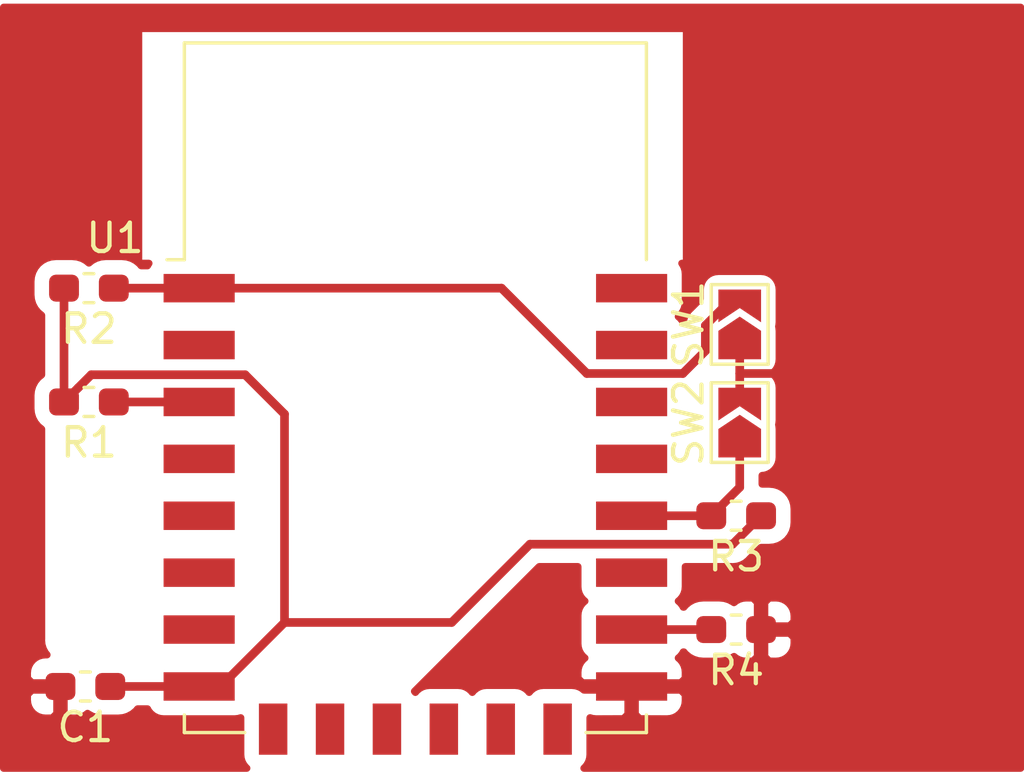
<source format=kicad_pcb>
(kicad_pcb (version 20171130) (host pcbnew 5.1.0-060a0da~80~ubuntu18.04.1)

  (general
    (thickness 1.6)
    (drawings 0)
    (tracks 28)
    (zones 0)
    (modules 8)
    (nets 23)
  )

  (page A4)
  (layers
    (0 F.Cu signal)
    (31 B.Cu signal)
    (32 B.Adhes user)
    (33 F.Adhes user)
    (34 B.Paste user)
    (35 F.Paste user)
    (36 B.SilkS user)
    (37 F.SilkS user)
    (38 B.Mask user)
    (39 F.Mask user)
    (40 Dwgs.User user)
    (41 Cmts.User user)
    (42 Eco1.User user)
    (43 Eco2.User user)
    (44 Edge.Cuts user)
    (45 Margin user)
    (46 B.CrtYd user)
    (47 F.CrtYd user)
    (48 B.Fab user)
    (49 F.Fab user)
  )

  (setup
    (last_trace_width 0.3048)
    (trace_clearance 0.3048)
    (zone_clearance 0.508)
    (zone_45_only no)
    (trace_min 0.2)
    (via_size 0.8)
    (via_drill 0.4)
    (via_min_size 0.4)
    (via_min_drill 0.3)
    (uvia_size 0.3)
    (uvia_drill 0.1)
    (uvias_allowed no)
    (uvia_min_size 0.2)
    (uvia_min_drill 0.1)
    (edge_width 0.05)
    (segment_width 0.2)
    (pcb_text_width 0.3)
    (pcb_text_size 1.5 1.5)
    (mod_edge_width 0.12)
    (mod_text_size 1 1)
    (mod_text_width 0.15)
    (pad_size 0.3 0.3)
    (pad_drill 0)
    (pad_to_mask_clearance 0.051)
    (solder_mask_min_width 0.25)
    (aux_axis_origin 0 0)
    (visible_elements FFFFFF7F)
    (pcbplotparams
      (layerselection 0x010fc_ffffffff)
      (usegerberextensions false)
      (usegerberattributes false)
      (usegerberadvancedattributes false)
      (creategerberjobfile false)
      (excludeedgelayer true)
      (linewidth 0.100000)
      (plotframeref false)
      (viasonmask false)
      (mode 1)
      (useauxorigin false)
      (hpglpennumber 1)
      (hpglpenspeed 20)
      (hpglpendiameter 15.000000)
      (psnegative false)
      (psa4output false)
      (plotreference true)
      (plotvalue true)
      (plotinvisibletext false)
      (padsonsilk false)
      (subtractmaskfromsilk false)
      (outputformat 1)
      (mirror false)
      (drillshape 1)
      (scaleselection 1)
      (outputdirectory ""))
  )

  (net 0 "")
  (net 1 /TXD)
  (net 2 /RXD)
  (net 3 "Net-(U1-Pad20)")
  (net 4 "Net-(U1-Pad19)")
  (net 5 /FLASH)
  (net 6 "Net-(U1-Pad17)")
  (net 7 "Net-(R4-Pad2)")
  (net 8 GND)
  (net 9 "Net-(U1-Pad14)")
  (net 10 "Net-(U1-Pad13)")
  (net 11 "Net-(U1-Pad12)")
  (net 12 "Net-(U1-Pad11)")
  (net 13 "Net-(U1-Pad10)")
  (net 14 "Net-(U1-Pad9)")
  (net 15 +3V3)
  (net 16 "Net-(U1-Pad7)")
  (net 17 "Net-(U1-Pad6)")
  (net 18 "Net-(U1-Pad5)")
  (net 19 "Net-(U1-Pad4)")
  (net 20 "Net-(R1-Pad1)")
  (net 21 "Net-(U1-Pad2)")
  (net 22 /RESET)

  (net_class Default "This is the default net class."
    (clearance 0.3048)
    (trace_width 0.3048)
    (via_dia 0.8)
    (via_drill 0.4)
    (uvia_dia 0.3)
    (uvia_drill 0.1)
    (add_net +3V3)
    (add_net /FLASH)
    (add_net /RESET)
    (add_net /RXD)
    (add_net /TXD)
    (add_net GND)
    (add_net "Net-(R1-Pad1)")
    (add_net "Net-(R4-Pad2)")
    (add_net "Net-(U1-Pad10)")
    (add_net "Net-(U1-Pad11)")
    (add_net "Net-(U1-Pad12)")
    (add_net "Net-(U1-Pad13)")
    (add_net "Net-(U1-Pad14)")
    (add_net "Net-(U1-Pad17)")
    (add_net "Net-(U1-Pad19)")
    (add_net "Net-(U1-Pad2)")
    (add_net "Net-(U1-Pad20)")
    (add_net "Net-(U1-Pad4)")
    (add_net "Net-(U1-Pad5)")
    (add_net "Net-(U1-Pad6)")
    (add_net "Net-(U1-Pad7)")
    (add_net "Net-(U1-Pad9)")
  )

  (module Jumper:SolderJumper-2_P1.3mm_Open_TrianglePad1.0x1.5mm (layer F.Cu) (tedit 5CAC7518) (tstamp 5CAC4DE2)
    (at 42 38.725 90)
    (descr "SMD Solder Jumper, 1x1.5mm Triangular Pads, 0.3mm gap, open")
    (tags "solder jumper open")
    (path /5CAE6683)
    (attr virtual)
    (fp_text reference SW2 (at 0 -1.8 90) (layer F.SilkS)
      (effects (font (size 1 1) (thickness 0.15)))
    )
    (fp_text value SW_SPST (at 0 1.9 90) (layer F.Fab)
      (effects (font (size 1 1) (thickness 0.15)))
    )
    (fp_line (start 1.65 1.25) (end -1.65 1.25) (layer F.CrtYd) (width 0.05))
    (fp_line (start 1.65 1.25) (end 1.65 -1.25) (layer F.CrtYd) (width 0.05))
    (fp_line (start -1.65 -1.25) (end -1.65 1.25) (layer F.CrtYd) (width 0.05))
    (fp_line (start -1.65 -1.25) (end 1.65 -1.25) (layer F.CrtYd) (width 0.05))
    (fp_line (start -1.4 -1) (end 1.4 -1) (layer F.SilkS) (width 0.12))
    (fp_line (start 1.4 -1) (end 1.4 1) (layer F.SilkS) (width 0.12))
    (fp_line (start 1.4 1) (end -1.4 1) (layer F.SilkS) (width 0.12))
    (fp_line (start -1.4 1) (end -1.4 -1) (layer F.SilkS) (width 0.12))
    (pad 1 smd custom (at -0.725 0 90) (size 0.3 0.3) (layers F.Cu F.Mask)
      (net 5 /FLASH) (zone_connect 2)
      (options (clearance outline) (anchor rect))
      (primitives
        (gr_poly (pts
           (xy -0.5 -0.75) (xy 0.5 -0.75) (xy 1 0) (xy 0.5 0.75) (xy -0.5 0.75)
) (width 0))
      ))
    (pad 2 smd custom (at 0.725 0 90) (size 0.3 0.3) (layers F.Cu F.Mask)
      (net 8 GND) (zone_connect 0)
      (options (clearance outline) (anchor rect))
      (primitives
        (gr_poly (pts
           (xy -0.65 -0.75) (xy 0.5 -0.75) (xy 0.5 0.75) (xy -0.65 0.75) (xy -0.15 0)
) (width 0))
      ))
  )

  (module Jumper:SolderJumper-2_P1.3mm_Open_TrianglePad1.0x1.5mm (layer F.Cu) (tedit 5CAC750A) (tstamp 5CAC4DD4)
    (at 42 35.275 90)
    (descr "SMD Solder Jumper, 1x1.5mm Triangular Pads, 0.3mm gap, open")
    (tags "solder jumper open")
    (path /5CAD8CDA)
    (attr virtual)
    (fp_text reference SW1 (at 0 -1.8 90) (layer F.SilkS)
      (effects (font (size 1 1) (thickness 0.15)))
    )
    (fp_text value SW_SPST (at 0 1.9 90) (layer F.Fab)
      (effects (font (size 1 1) (thickness 0.15)))
    )
    (fp_line (start 1.65 1.25) (end -1.65 1.25) (layer F.CrtYd) (width 0.05))
    (fp_line (start 1.65 1.25) (end 1.65 -1.25) (layer F.CrtYd) (width 0.05))
    (fp_line (start -1.65 -1.25) (end -1.65 1.25) (layer F.CrtYd) (width 0.05))
    (fp_line (start -1.65 -1.25) (end 1.65 -1.25) (layer F.CrtYd) (width 0.05))
    (fp_line (start -1.4 -1) (end 1.4 -1) (layer F.SilkS) (width 0.12))
    (fp_line (start 1.4 -1) (end 1.4 1) (layer F.SilkS) (width 0.12))
    (fp_line (start 1.4 1) (end -1.4 1) (layer F.SilkS) (width 0.12))
    (fp_line (start -1.4 1) (end -1.4 -1) (layer F.SilkS) (width 0.12))
    (pad 1 smd custom (at -0.725 0 90) (size 0.3 0.3) (layers F.Cu F.Mask)
      (net 8 GND) (zone_connect 0)
      (options (clearance outline) (anchor rect))
      (primitives
        (gr_poly (pts
           (xy -0.5 -0.75) (xy 0.5 -0.75) (xy 1 0) (xy 0.5 0.75) (xy -0.5 0.75)
) (width 0))
      ))
    (pad 2 smd custom (at 0.725 0 90) (size 0.3 0.3) (layers F.Cu F.Mask)
      (net 22 /RESET) (zone_connect 0)
      (options (clearance outline) (anchor rect))
      (primitives
        (gr_poly (pts
           (xy -0.65 -0.75) (xy 0.5 -0.75) (xy 0.5 0.75) (xy -0.65 0.75) (xy -0.15 0)
) (width 0))
      ))
  )

  (module Resistor_SMD:R_0603_1608Metric_Pad1.05x0.95mm_HandSolder (layer F.Cu) (tedit 5B301BBD) (tstamp 5CAC4DC6)
    (at 41.875 46 180)
    (descr "Resistor SMD 0603 (1608 Metric), square (rectangular) end terminal, IPC_7351 nominal with elongated pad for handsoldering. (Body size source: http://www.tortai-tech.com/upload/download/2011102023233369053.pdf), generated with kicad-footprint-generator")
    (tags "resistor handsolder")
    (path /5CACF65A)
    (attr smd)
    (fp_text reference R4 (at 0 -1.43 180) (layer F.SilkS)
      (effects (font (size 1 1) (thickness 0.15)))
    )
    (fp_text value 10k (at 0 1.43 180) (layer F.Fab)
      (effects (font (size 1 1) (thickness 0.15)))
    )
    (fp_text user %R (at 0 0 180) (layer F.Fab)
      (effects (font (size 0.4 0.4) (thickness 0.06)))
    )
    (fp_line (start 1.65 0.73) (end -1.65 0.73) (layer F.CrtYd) (width 0.05))
    (fp_line (start 1.65 -0.73) (end 1.65 0.73) (layer F.CrtYd) (width 0.05))
    (fp_line (start -1.65 -0.73) (end 1.65 -0.73) (layer F.CrtYd) (width 0.05))
    (fp_line (start -1.65 0.73) (end -1.65 -0.73) (layer F.CrtYd) (width 0.05))
    (fp_line (start -0.171267 0.51) (end 0.171267 0.51) (layer F.SilkS) (width 0.12))
    (fp_line (start -0.171267 -0.51) (end 0.171267 -0.51) (layer F.SilkS) (width 0.12))
    (fp_line (start 0.8 0.4) (end -0.8 0.4) (layer F.Fab) (width 0.1))
    (fp_line (start 0.8 -0.4) (end 0.8 0.4) (layer F.Fab) (width 0.1))
    (fp_line (start -0.8 -0.4) (end 0.8 -0.4) (layer F.Fab) (width 0.1))
    (fp_line (start -0.8 0.4) (end -0.8 -0.4) (layer F.Fab) (width 0.1))
    (pad 2 smd roundrect (at 0.875 0 180) (size 1.05 0.95) (layers F.Cu F.Paste F.Mask) (roundrect_rratio 0.25)
      (net 7 "Net-(R4-Pad2)"))
    (pad 1 smd roundrect (at -0.875 0 180) (size 1.05 0.95) (layers F.Cu F.Paste F.Mask) (roundrect_rratio 0.25)
      (net 8 GND))
    (model ${KISYS3DMOD}/Resistor_SMD.3dshapes/R_0603_1608Metric.wrl
      (at (xyz 0 0 0))
      (scale (xyz 1 1 1))
      (rotate (xyz 0 0 0))
    )
  )

  (module Resistor_SMD:R_0603_1608Metric_Pad1.05x0.95mm_HandSolder (layer F.Cu) (tedit 5B301BBD) (tstamp 5CAC4DB5)
    (at 41.875 42 180)
    (descr "Resistor SMD 0603 (1608 Metric), square (rectangular) end terminal, IPC_7351 nominal with elongated pad for handsoldering. (Body size source: http://www.tortai-tech.com/upload/download/2011102023233369053.pdf), generated with kicad-footprint-generator")
    (tags "resistor handsolder")
    (path /5CAC8149)
    (attr smd)
    (fp_text reference R3 (at 0 -1.43 180) (layer F.SilkS)
      (effects (font (size 1 1) (thickness 0.15)))
    )
    (fp_text value 10k (at 0 1.43 180) (layer F.Fab)
      (effects (font (size 1 1) (thickness 0.15)))
    )
    (fp_text user %R (at 0 0 180) (layer F.Fab)
      (effects (font (size 0.4 0.4) (thickness 0.06)))
    )
    (fp_line (start 1.65 0.73) (end -1.65 0.73) (layer F.CrtYd) (width 0.05))
    (fp_line (start 1.65 -0.73) (end 1.65 0.73) (layer F.CrtYd) (width 0.05))
    (fp_line (start -1.65 -0.73) (end 1.65 -0.73) (layer F.CrtYd) (width 0.05))
    (fp_line (start -1.65 0.73) (end -1.65 -0.73) (layer F.CrtYd) (width 0.05))
    (fp_line (start -0.171267 0.51) (end 0.171267 0.51) (layer F.SilkS) (width 0.12))
    (fp_line (start -0.171267 -0.51) (end 0.171267 -0.51) (layer F.SilkS) (width 0.12))
    (fp_line (start 0.8 0.4) (end -0.8 0.4) (layer F.Fab) (width 0.1))
    (fp_line (start 0.8 -0.4) (end 0.8 0.4) (layer F.Fab) (width 0.1))
    (fp_line (start -0.8 -0.4) (end 0.8 -0.4) (layer F.Fab) (width 0.1))
    (fp_line (start -0.8 0.4) (end -0.8 -0.4) (layer F.Fab) (width 0.1))
    (pad 2 smd roundrect (at 0.875 0 180) (size 1.05 0.95) (layers F.Cu F.Paste F.Mask) (roundrect_rratio 0.25)
      (net 5 /FLASH))
    (pad 1 smd roundrect (at -0.875 0 180) (size 1.05 0.95) (layers F.Cu F.Paste F.Mask) (roundrect_rratio 0.25)
      (net 15 +3V3))
    (model ${KISYS3DMOD}/Resistor_SMD.3dshapes/R_0603_1608Metric.wrl
      (at (xyz 0 0 0))
      (scale (xyz 1 1 1))
      (rotate (xyz 0 0 0))
    )
  )

  (module Resistor_SMD:R_0603_1608Metric_Pad1.05x0.95mm_HandSolder (layer F.Cu) (tedit 5B301BBD) (tstamp 5CAC4DA4)
    (at 19.125 34 180)
    (descr "Resistor SMD 0603 (1608 Metric), square (rectangular) end terminal, IPC_7351 nominal with elongated pad for handsoldering. (Body size source: http://www.tortai-tech.com/upload/download/2011102023233369053.pdf), generated with kicad-footprint-generator")
    (tags "resistor handsolder")
    (path /5CAC63D4)
    (attr smd)
    (fp_text reference R2 (at 0 -1.43 180) (layer F.SilkS)
      (effects (font (size 1 1) (thickness 0.15)))
    )
    (fp_text value 10k (at 0 1.43 180) (layer F.Fab)
      (effects (font (size 1 1) (thickness 0.15)))
    )
    (fp_text user %R (at 0 0 180) (layer F.Fab)
      (effects (font (size 0.4 0.4) (thickness 0.06)))
    )
    (fp_line (start 1.65 0.73) (end -1.65 0.73) (layer F.CrtYd) (width 0.05))
    (fp_line (start 1.65 -0.73) (end 1.65 0.73) (layer F.CrtYd) (width 0.05))
    (fp_line (start -1.65 -0.73) (end 1.65 -0.73) (layer F.CrtYd) (width 0.05))
    (fp_line (start -1.65 0.73) (end -1.65 -0.73) (layer F.CrtYd) (width 0.05))
    (fp_line (start -0.171267 0.51) (end 0.171267 0.51) (layer F.SilkS) (width 0.12))
    (fp_line (start -0.171267 -0.51) (end 0.171267 -0.51) (layer F.SilkS) (width 0.12))
    (fp_line (start 0.8 0.4) (end -0.8 0.4) (layer F.Fab) (width 0.1))
    (fp_line (start 0.8 -0.4) (end 0.8 0.4) (layer F.Fab) (width 0.1))
    (fp_line (start -0.8 -0.4) (end 0.8 -0.4) (layer F.Fab) (width 0.1))
    (fp_line (start -0.8 0.4) (end -0.8 -0.4) (layer F.Fab) (width 0.1))
    (pad 2 smd roundrect (at 0.875 0 180) (size 1.05 0.95) (layers F.Cu F.Paste F.Mask) (roundrect_rratio 0.25)
      (net 15 +3V3))
    (pad 1 smd roundrect (at -0.875 0 180) (size 1.05 0.95) (layers F.Cu F.Paste F.Mask) (roundrect_rratio 0.25)
      (net 22 /RESET))
    (model ${KISYS3DMOD}/Resistor_SMD.3dshapes/R_0603_1608Metric.wrl
      (at (xyz 0 0 0))
      (scale (xyz 1 1 1))
      (rotate (xyz 0 0 0))
    )
  )

  (module Resistor_SMD:R_0603_1608Metric_Pad1.05x0.95mm_HandSolder (layer F.Cu) (tedit 5B301BBD) (tstamp 5CAC4D93)
    (at 19.125 38 180)
    (descr "Resistor SMD 0603 (1608 Metric), square (rectangular) end terminal, IPC_7351 nominal with elongated pad for handsoldering. (Body size source: http://www.tortai-tech.com/upload/download/2011102023233369053.pdf), generated with kicad-footprint-generator")
    (tags "resistor handsolder")
    (path /5CAC7F93)
    (attr smd)
    (fp_text reference R1 (at 0 -1.43 180) (layer F.SilkS)
      (effects (font (size 1 1) (thickness 0.15)))
    )
    (fp_text value 10k (at 0 1.43 180) (layer F.Fab)
      (effects (font (size 1 1) (thickness 0.15)))
    )
    (fp_text user %R (at 0 0 180) (layer F.Fab)
      (effects (font (size 0.4 0.4) (thickness 0.06)))
    )
    (fp_line (start 1.65 0.73) (end -1.65 0.73) (layer F.CrtYd) (width 0.05))
    (fp_line (start 1.65 -0.73) (end 1.65 0.73) (layer F.CrtYd) (width 0.05))
    (fp_line (start -1.65 -0.73) (end 1.65 -0.73) (layer F.CrtYd) (width 0.05))
    (fp_line (start -1.65 0.73) (end -1.65 -0.73) (layer F.CrtYd) (width 0.05))
    (fp_line (start -0.171267 0.51) (end 0.171267 0.51) (layer F.SilkS) (width 0.12))
    (fp_line (start -0.171267 -0.51) (end 0.171267 -0.51) (layer F.SilkS) (width 0.12))
    (fp_line (start 0.8 0.4) (end -0.8 0.4) (layer F.Fab) (width 0.1))
    (fp_line (start 0.8 -0.4) (end 0.8 0.4) (layer F.Fab) (width 0.1))
    (fp_line (start -0.8 -0.4) (end 0.8 -0.4) (layer F.Fab) (width 0.1))
    (fp_line (start -0.8 0.4) (end -0.8 -0.4) (layer F.Fab) (width 0.1))
    (pad 2 smd roundrect (at 0.875 0 180) (size 1.05 0.95) (layers F.Cu F.Paste F.Mask) (roundrect_rratio 0.25)
      (net 15 +3V3))
    (pad 1 smd roundrect (at -0.875 0 180) (size 1.05 0.95) (layers F.Cu F.Paste F.Mask) (roundrect_rratio 0.25)
      (net 20 "Net-(R1-Pad1)"))
    (model ${KISYS3DMOD}/Resistor_SMD.3dshapes/R_0603_1608Metric.wrl
      (at (xyz 0 0 0))
      (scale (xyz 1 1 1))
      (rotate (xyz 0 0 0))
    )
  )

  (module Capacitor_SMD:C_0603_1608Metric_Pad1.05x0.95mm_HandSolder (layer F.Cu) (tedit 5B301BBE) (tstamp 5CAC4D82)
    (at 19 48 180)
    (descr "Capacitor SMD 0603 (1608 Metric), square (rectangular) end terminal, IPC_7351 nominal with elongated pad for handsoldering. (Body size source: http://www.tortai-tech.com/upload/download/2011102023233369053.pdf), generated with kicad-footprint-generator")
    (tags "capacitor handsolder")
    (path /5CAC1BD3)
    (attr smd)
    (fp_text reference C1 (at 0 -1.43 180) (layer F.SilkS)
      (effects (font (size 1 1) (thickness 0.15)))
    )
    (fp_text value C (at 0 1.43 180) (layer F.Fab)
      (effects (font (size 1 1) (thickness 0.15)))
    )
    (fp_text user %R (at 0 0 180) (layer F.Fab)
      (effects (font (size 0.4 0.4) (thickness 0.06)))
    )
    (fp_line (start 1.65 0.73) (end -1.65 0.73) (layer F.CrtYd) (width 0.05))
    (fp_line (start 1.65 -0.73) (end 1.65 0.73) (layer F.CrtYd) (width 0.05))
    (fp_line (start -1.65 -0.73) (end 1.65 -0.73) (layer F.CrtYd) (width 0.05))
    (fp_line (start -1.65 0.73) (end -1.65 -0.73) (layer F.CrtYd) (width 0.05))
    (fp_line (start -0.171267 0.51) (end 0.171267 0.51) (layer F.SilkS) (width 0.12))
    (fp_line (start -0.171267 -0.51) (end 0.171267 -0.51) (layer F.SilkS) (width 0.12))
    (fp_line (start 0.8 0.4) (end -0.8 0.4) (layer F.Fab) (width 0.1))
    (fp_line (start 0.8 -0.4) (end 0.8 0.4) (layer F.Fab) (width 0.1))
    (fp_line (start -0.8 -0.4) (end 0.8 -0.4) (layer F.Fab) (width 0.1))
    (fp_line (start -0.8 0.4) (end -0.8 -0.4) (layer F.Fab) (width 0.1))
    (pad 2 smd roundrect (at 0.875 0 180) (size 1.05 0.95) (layers F.Cu F.Paste F.Mask) (roundrect_rratio 0.25)
      (net 8 GND))
    (pad 1 smd roundrect (at -0.875 0 180) (size 1.05 0.95) (layers F.Cu F.Paste F.Mask) (roundrect_rratio 0.25)
      (net 15 +3V3))
    (model ${KISYS3DMOD}/Capacitor_SMD.3dshapes/C_0603_1608Metric.wrl
      (at (xyz 0 0 0))
      (scale (xyz 1 1 1))
      (rotate (xyz 0 0 0))
    )
  )

  (module RF_Module:ESP-12E (layer F.Cu) (tedit 5A030172) (tstamp 5CABF7E2)
    (at 30.6 37.5)
    (descr "Wi-Fi Module, http://wiki.ai-thinker.com/_media/esp8266/docs/aithinker_esp_12f_datasheet_en.pdf")
    (tags "Wi-Fi Module")
    (path /5CABF722)
    (attr smd)
    (fp_text reference U1 (at -10.56 -5.26) (layer F.SilkS)
      (effects (font (size 1 1) (thickness 0.15)))
    )
    (fp_text value ESP-12F (at -0.06 -12.78) (layer F.Fab)
      (effects (font (size 1 1) (thickness 0.15)))
    )
    (fp_line (start 5.56 -4.8) (end 8.12 -7.36) (layer Dwgs.User) (width 0.12))
    (fp_line (start 2.56 -4.8) (end 8.12 -10.36) (layer Dwgs.User) (width 0.12))
    (fp_line (start -0.44 -4.8) (end 6.88 -12.12) (layer Dwgs.User) (width 0.12))
    (fp_line (start -3.44 -4.8) (end 3.88 -12.12) (layer Dwgs.User) (width 0.12))
    (fp_line (start -6.44 -4.8) (end 0.88 -12.12) (layer Dwgs.User) (width 0.12))
    (fp_line (start -8.12 -6.12) (end -2.12 -12.12) (layer Dwgs.User) (width 0.12))
    (fp_line (start -8.12 -9.12) (end -5.12 -12.12) (layer Dwgs.User) (width 0.12))
    (fp_line (start -8.12 -4.8) (end -8.12 -12.12) (layer Dwgs.User) (width 0.12))
    (fp_line (start 8.12 -4.8) (end -8.12 -4.8) (layer Dwgs.User) (width 0.12))
    (fp_line (start 8.12 -12.12) (end 8.12 -4.8) (layer Dwgs.User) (width 0.12))
    (fp_line (start -8.12 -12.12) (end 8.12 -12.12) (layer Dwgs.User) (width 0.12))
    (fp_line (start -8.12 -4.5) (end -8.73 -4.5) (layer F.SilkS) (width 0.12))
    (fp_line (start -8.12 -4.5) (end -8.12 -12.12) (layer F.SilkS) (width 0.12))
    (fp_line (start -8.12 12.12) (end -8.12 11.5) (layer F.SilkS) (width 0.12))
    (fp_line (start -6 12.12) (end -8.12 12.12) (layer F.SilkS) (width 0.12))
    (fp_line (start 8.12 12.12) (end 6 12.12) (layer F.SilkS) (width 0.12))
    (fp_line (start 8.12 11.5) (end 8.12 12.12) (layer F.SilkS) (width 0.12))
    (fp_line (start 8.12 -12.12) (end 8.12 -4.5) (layer F.SilkS) (width 0.12))
    (fp_line (start -8.12 -12.12) (end 8.12 -12.12) (layer F.SilkS) (width 0.12))
    (fp_line (start -9.05 13.1) (end -9.05 -12.2) (layer F.CrtYd) (width 0.05))
    (fp_line (start 9.05 13.1) (end -9.05 13.1) (layer F.CrtYd) (width 0.05))
    (fp_line (start 9.05 -12.2) (end 9.05 13.1) (layer F.CrtYd) (width 0.05))
    (fp_line (start -9.05 -12.2) (end 9.05 -12.2) (layer F.CrtYd) (width 0.05))
    (fp_line (start -8 -4) (end -8 -12) (layer F.Fab) (width 0.12))
    (fp_line (start -7.5 -3.5) (end -8 -4) (layer F.Fab) (width 0.12))
    (fp_line (start -8 -3) (end -7.5 -3.5) (layer F.Fab) (width 0.12))
    (fp_line (start -8 12) (end -8 -3) (layer F.Fab) (width 0.12))
    (fp_line (start 8 12) (end -8 12) (layer F.Fab) (width 0.12))
    (fp_line (start 8 -12) (end 8 12) (layer F.Fab) (width 0.12))
    (fp_line (start -8 -12) (end 8 -12) (layer F.Fab) (width 0.12))
    (fp_text user %R (at 0.49 -0.8) (layer F.Fab)
      (effects (font (size 1 1) (thickness 0.15)))
    )
    (fp_text user "KEEP-OUT ZONE" (at 0.03 -9.55 180) (layer Cmts.User)
      (effects (font (size 1 1) (thickness 0.15)))
    )
    (fp_text user Antenna (at -0.06 -7 180) (layer Cmts.User)
      (effects (font (size 1 1) (thickness 0.15)))
    )
    (pad 22 smd rect (at 7.6 -3.5) (size 2.5 1) (layers F.Cu F.Paste F.Mask)
      (net 1 /TXD))
    (pad 21 smd rect (at 7.6 -1.5) (size 2.5 1) (layers F.Cu F.Paste F.Mask)
      (net 2 /RXD))
    (pad 20 smd rect (at 7.6 0.5) (size 2.5 1) (layers F.Cu F.Paste F.Mask)
      (net 3 "Net-(U1-Pad20)"))
    (pad 19 smd rect (at 7.6 2.5) (size 2.5 1) (layers F.Cu F.Paste F.Mask)
      (net 4 "Net-(U1-Pad19)"))
    (pad 18 smd rect (at 7.6 4.5) (size 2.5 1) (layers F.Cu F.Paste F.Mask)
      (net 5 /FLASH))
    (pad 17 smd rect (at 7.6 6.5) (size 2.5 1) (layers F.Cu F.Paste F.Mask)
      (net 6 "Net-(U1-Pad17)"))
    (pad 16 smd rect (at 7.6 8.5) (size 2.5 1) (layers F.Cu F.Paste F.Mask)
      (net 7 "Net-(R4-Pad2)"))
    (pad 15 smd rect (at 7.6 10.5) (size 2.5 1) (layers F.Cu F.Paste F.Mask)
      (net 8 GND))
    (pad 14 smd rect (at 5 12) (size 1 1.8) (layers F.Cu F.Paste F.Mask)
      (net 9 "Net-(U1-Pad14)"))
    (pad 13 smd rect (at 3 12) (size 1 1.8) (layers F.Cu F.Paste F.Mask)
      (net 10 "Net-(U1-Pad13)"))
    (pad 12 smd rect (at 1 12) (size 1 1.8) (layers F.Cu F.Paste F.Mask)
      (net 11 "Net-(U1-Pad12)"))
    (pad 11 smd rect (at -1 12) (size 1 1.8) (layers F.Cu F.Paste F.Mask)
      (net 12 "Net-(U1-Pad11)"))
    (pad 10 smd rect (at -3 12) (size 1 1.8) (layers F.Cu F.Paste F.Mask)
      (net 13 "Net-(U1-Pad10)"))
    (pad 9 smd rect (at -5 12) (size 1 1.8) (layers F.Cu F.Paste F.Mask)
      (net 14 "Net-(U1-Pad9)"))
    (pad 8 smd rect (at -7.6 10.5) (size 2.5 1) (layers F.Cu F.Paste F.Mask)
      (net 15 +3V3))
    (pad 7 smd rect (at -7.6 8.5) (size 2.5 1) (layers F.Cu F.Paste F.Mask)
      (net 16 "Net-(U1-Pad7)"))
    (pad 6 smd rect (at -7.6 6.5) (size 2.5 1) (layers F.Cu F.Paste F.Mask)
      (net 17 "Net-(U1-Pad6)"))
    (pad 5 smd rect (at -7.6 4.5) (size 2.5 1) (layers F.Cu F.Paste F.Mask)
      (net 18 "Net-(U1-Pad5)"))
    (pad 4 smd rect (at -7.6 2.5) (size 2.5 1) (layers F.Cu F.Paste F.Mask)
      (net 19 "Net-(U1-Pad4)"))
    (pad 3 smd rect (at -7.6 0.5) (size 2.5 1) (layers F.Cu F.Paste F.Mask)
      (net 20 "Net-(R1-Pad1)"))
    (pad 2 smd rect (at -7.6 -1.5) (size 2.5 1) (layers F.Cu F.Paste F.Mask)
      (net 21 "Net-(U1-Pad2)"))
    (pad 1 smd rect (at -7.6 -3.5) (size 2.5 1) (layers F.Cu F.Paste F.Mask)
      (net 22 /RESET))
    (model ${KISYS3DMOD}/RF_Module.3dshapes/ESP-12E.wrl
      (at (xyz 0 0 0))
      (scale (xyz 1 1 1))
      (rotate (xyz 0 0 0))
    )
  )

  (segment (start 38.2 42) (end 41 42) (width 0.3048) (layer F.Cu) (net 5))
  (segment (start 42 39.45) (end 42 41) (width 0.3048) (layer F.Cu) (net 5))
  (segment (start 42 41) (end 41 42) (width 0.3048) (layer F.Cu) (net 5))
  (segment (start 41 46) (end 38.2 46) (width 0.3048) (layer F.Cu) (net 7))
  (segment (start 42 37) (end 44 37) (width 0.3048) (layer F.Cu) (net 8))
  (segment (start 42 36) (end 42 37) (width 0.3048) (layer F.Cu) (net 8))
  (segment (start 42 37) (end 42 37.99279) (width 0.3048) (layer F.Cu) (net 8))
  (segment (start 19.875 48) (end 23 48) (width 0.3048) (layer F.Cu) (net 15))
  (segment (start 18.25 34) (end 18.25 38) (width 0.3048) (layer F.Cu) (net 15))
  (segment (start 18.749072 37.500928) (end 18.25 38) (width 0.3048) (layer F.Cu) (net 15))
  (segment (start 23.75 48) (end 26 45.75) (width 0.3048) (layer F.Cu) (net 15))
  (segment (start 26 45.75) (end 26 38.427038) (width 0.3048) (layer F.Cu) (net 15))
  (segment (start 26 38.427038) (end 24.615761 37.042799) (width 0.3048) (layer F.Cu) (net 15))
  (segment (start 23 48) (end 23.75 48) (width 0.3048) (layer F.Cu) (net 15))
  (segment (start 24.615761 37.042799) (end 19.207201 37.042799) (width 0.3048) (layer F.Cu) (net 15))
  (segment (start 19.207201 37.042799) (end 18.749072 37.500928) (width 0.3048) (layer F.Cu) (net 15))
  (segment (start 34.627038 43) (end 41.75 43) (width 0.3048) (layer F.Cu) (net 15))
  (segment (start 41.75 43) (end 42.75 42) (width 0.3048) (layer F.Cu) (net 15))
  (segment (start 31.877038 45.75) (end 34.627038 43) (width 0.3048) (layer F.Cu) (net 15))
  (segment (start 26 45.75) (end 31.877038 45.75) (width 0.3048) (layer F.Cu) (net 15))
  (segment (start 20 38) (end 23 38) (width 0.3048) (layer F.Cu) (net 20))
  (segment (start 20 34) (end 23 34) (width 0.3048) (layer F.Cu) (net 22))
  (segment (start 40.79279 35.310616) (end 41.553406 34.55) (width 0.3048) (layer F.Cu) (net 22))
  (segment (start 40.79279 36.20721) (end 40.79279 35.310616) (width 0.3048) (layer F.Cu) (net 22))
  (segment (start 40 37) (end 40.79279 36.20721) (width 0.3048) (layer F.Cu) (net 22))
  (segment (start 36.627038 37) (end 40 37) (width 0.3048) (layer F.Cu) (net 22))
  (segment (start 23 34) (end 33.627038 34) (width 0.3048) (layer F.Cu) (net 22))
  (segment (start 33.627038 34) (end 36.627038 37) (width 0.3048) (layer F.Cu) (net 22))

  (zone (net 0) (net_name "") (layers F&B.Cu) (tstamp 0) (hatch edge 0.508)
    (connect_pads (clearance 0.508))
    (min_thickness 0.254)
    (keepout (tracks not_allowed) (vias not_allowed) (copperpour not_allowed))
    (fill (arc_segments 16) (thermal_gap 0.508) (thermal_bridge_width 0.508))
    (polygon
      (pts
        (xy 21 25) (xy 21 33) (xy 40 33) (xy 40 25)
      )
    )
  )
  (zone (net 8) (net_name GND) (layer F.Cu) (tstamp 0) (hatch edge 0.508)
    (connect_pads (clearance 0.508))
    (min_thickness 0.254)
    (fill yes (arc_segments 16) (thermal_gap 0.508) (thermal_bridge_width 0.508))
    (polygon
      (pts
        (xy 16 24) (xy 16 51) (xy 52 51) (xy 52 24)
      )
    )
    (filled_polygon
      (pts
        (xy 51.873 50.873) (xy 36.524603 50.873) (xy 36.551185 50.851185) (xy 36.630537 50.754494) (xy 36.689502 50.64418)
        (xy 36.725812 50.524482) (xy 36.738072 50.4) (xy 36.738072 49.099286) (xy 36.825518 49.125812) (xy 36.95 49.138072)
        (xy 37.91425 49.135) (xy 38.073 48.97625) (xy 38.073 48.127) (xy 38.327 48.127) (xy 38.327 48.97625)
        (xy 38.48575 49.135) (xy 39.45 49.138072) (xy 39.574482 49.125812) (xy 39.69418 49.089502) (xy 39.804494 49.030537)
        (xy 39.901185 48.951185) (xy 39.980537 48.854494) (xy 40.039502 48.74418) (xy 40.075812 48.624482) (xy 40.088072 48.5)
        (xy 40.085 48.28575) (xy 39.92625 48.127) (xy 38.327 48.127) (xy 38.073 48.127) (xy 36.524603 48.127)
        (xy 36.454494 48.069463) (xy 36.34418 48.010498) (xy 36.224482 47.974188) (xy 36.1 47.961928) (xy 35.1 47.961928)
        (xy 34.975518 47.974188) (xy 34.85582 48.010498) (xy 34.745506 48.069463) (xy 34.648815 48.148815) (xy 34.6 48.208296)
        (xy 34.551185 48.148815) (xy 34.454494 48.069463) (xy 34.34418 48.010498) (xy 34.224482 47.974188) (xy 34.1 47.961928)
        (xy 33.1 47.961928) (xy 32.975518 47.974188) (xy 32.85582 48.010498) (xy 32.745506 48.069463) (xy 32.648815 48.148815)
        (xy 32.6 48.208296) (xy 32.551185 48.148815) (xy 32.454494 48.069463) (xy 32.34418 48.010498) (xy 32.224482 47.974188)
        (xy 32.1 47.961928) (xy 31.1 47.961928) (xy 30.975518 47.974188) (xy 30.85582 48.010498) (xy 30.745506 48.069463)
        (xy 30.648815 48.148815) (xy 30.6 48.208296) (xy 30.56948 48.171108) (xy 34.953189 43.7874) (xy 36.311928 43.7874)
        (xy 36.311928 44.5) (xy 36.324188 44.624482) (xy 36.360498 44.74418) (xy 36.419463 44.854494) (xy 36.498815 44.951185)
        (xy 36.558296 45) (xy 36.498815 45.048815) (xy 36.419463 45.145506) (xy 36.360498 45.25582) (xy 36.324188 45.375518)
        (xy 36.311928 45.5) (xy 36.311928 46.5) (xy 36.324188 46.624482) (xy 36.360498 46.74418) (xy 36.419463 46.854494)
        (xy 36.498815 46.951185) (xy 36.558296 47) (xy 36.498815 47.048815) (xy 36.419463 47.145506) (xy 36.360498 47.25582)
        (xy 36.324188 47.375518) (xy 36.311928 47.5) (xy 36.315 47.71425) (xy 36.47375 47.873) (xy 38.073 47.873)
        (xy 38.073 47.853) (xy 38.327 47.853) (xy 38.327 47.873) (xy 39.92625 47.873) (xy 40.085 47.71425)
        (xy 40.088072 47.5) (xy 40.075812 47.375518) (xy 40.039502 47.25582) (xy 39.980537 47.145506) (xy 39.901185 47.048815)
        (xy 39.841704 47) (xy 39.901185 46.951185) (xy 39.980537 46.854494) (xy 40.0164 46.7874) (xy 40.036567 46.7874)
        (xy 40.093377 46.856623) (xy 40.226058 46.965512) (xy 40.377433 47.046423) (xy 40.541684 47.096248) (xy 40.7125 47.113072)
        (xy 41.2875 47.113072) (xy 41.458316 47.096248) (xy 41.622567 47.046423) (xy 41.773942 46.965512) (xy 41.797839 46.945901)
        (xy 41.870506 47.005537) (xy 41.98082 47.064502) (xy 42.100518 47.100812) (xy 42.225 47.113072) (xy 42.46425 47.11)
        (xy 42.623 46.95125) (xy 42.623 46.127) (xy 42.877 46.127) (xy 42.877 46.95125) (xy 43.03575 47.11)
        (xy 43.275 47.113072) (xy 43.399482 47.100812) (xy 43.51918 47.064502) (xy 43.629494 47.005537) (xy 43.726185 46.926185)
        (xy 43.805537 46.829494) (xy 43.864502 46.71918) (xy 43.900812 46.599482) (xy 43.913072 46.475) (xy 43.91 46.28575)
        (xy 43.75125 46.127) (xy 42.877 46.127) (xy 42.623 46.127) (xy 42.603 46.127) (xy 42.603 45.873)
        (xy 42.623 45.873) (xy 42.623 45.04875) (xy 42.877 45.04875) (xy 42.877 45.873) (xy 43.75125 45.873)
        (xy 43.91 45.71425) (xy 43.913072 45.525) (xy 43.900812 45.400518) (xy 43.864502 45.28082) (xy 43.805537 45.170506)
        (xy 43.726185 45.073815) (xy 43.629494 44.994463) (xy 43.51918 44.935498) (xy 43.399482 44.899188) (xy 43.275 44.886928)
        (xy 43.03575 44.89) (xy 42.877 45.04875) (xy 42.623 45.04875) (xy 42.46425 44.89) (xy 42.225 44.886928)
        (xy 42.100518 44.899188) (xy 41.98082 44.935498) (xy 41.870506 44.994463) (xy 41.797839 45.054099) (xy 41.773942 45.034488)
        (xy 41.622567 44.953577) (xy 41.458316 44.903752) (xy 41.2875 44.886928) (xy 40.7125 44.886928) (xy 40.541684 44.903752)
        (xy 40.377433 44.953577) (xy 40.226058 45.034488) (xy 40.093377 45.143377) (xy 40.036567 45.2126) (xy 40.0164 45.2126)
        (xy 39.980537 45.145506) (xy 39.901185 45.048815) (xy 39.841704 45) (xy 39.901185 44.951185) (xy 39.980537 44.854494)
        (xy 40.039502 44.74418) (xy 40.075812 44.624482) (xy 40.088072 44.5) (xy 40.088072 43.7874) (xy 41.711337 43.7874)
        (xy 41.75 43.791208) (xy 41.788663 43.7874) (xy 41.788673 43.7874) (xy 41.904357 43.776006) (xy 42.052783 43.730982)
        (xy 42.189572 43.657866) (xy 42.309469 43.559469) (xy 42.334127 43.529423) (xy 42.750479 43.113072) (xy 43.0375 43.113072)
        (xy 43.208316 43.096248) (xy 43.372567 43.046423) (xy 43.523942 42.965512) (xy 43.656623 42.856623) (xy 43.765512 42.723942)
        (xy 43.846423 42.572567) (xy 43.896248 42.408316) (xy 43.913072 42.2375) (xy 43.913072 41.7625) (xy 43.896248 41.591684)
        (xy 43.846423 41.427433) (xy 43.765512 41.276058) (xy 43.656623 41.143377) (xy 43.523942 41.034488) (xy 43.372567 40.953577)
        (xy 43.208316 40.903752) (xy 43.0375 40.886928) (xy 42.7874 40.886928) (xy 42.7874 40.584389) (xy 42.874482 40.575812)
        (xy 42.99418 40.539502) (xy 43.104494 40.480537) (xy 43.201185 40.401185) (xy 43.280537 40.304494) (xy 43.339502 40.19418)
        (xy 43.375812 40.074482) (xy 43.388072 39.95) (xy 43.388072 38.95) (xy 43.375681 38.824864) (xy 43.368091 38.799936)
        (xy 43.375812 38.774482) (xy 43.388072 38.65) (xy 43.388072 37.5) (xy 43.375812 37.375518) (xy 43.339502 37.25582)
        (xy 43.280537 37.145506) (xy 43.201185 37.048815) (xy 43.141704 37) (xy 43.201185 36.951185) (xy 43.280537 36.854494)
        (xy 43.339502 36.74418) (xy 43.375812 36.624482) (xy 43.388072 36.5) (xy 43.388072 35.5) (xy 43.375681 35.374864)
        (xy 43.368091 35.349936) (xy 43.375812 35.324482) (xy 43.388072 35.2) (xy 43.388072 34.05) (xy 43.375812 33.925518)
        (xy 43.339502 33.80582) (xy 43.280537 33.695506) (xy 43.201185 33.598815) (xy 43.104494 33.519463) (xy 42.99418 33.460498)
        (xy 42.874482 33.424188) (xy 42.75 33.411928) (xy 41.25 33.411928) (xy 41.125518 33.424188) (xy 41.00582 33.460498)
        (xy 40.895506 33.519463) (xy 40.798815 33.598815) (xy 40.719463 33.695506) (xy 40.660498 33.80582) (xy 40.624188 33.925518)
        (xy 40.611928 34.05) (xy 40.611928 34.377927) (xy 40.263362 34.726493) (xy 40.233322 34.751147) (xy 40.208669 34.781187)
        (xy 40.134925 34.871044) (xy 40.061808 35.007834) (xy 40.049377 35.048815) (xy 40.016785 35.156259) (xy 40.012039 35.204441)
        (xy 39.980537 35.145506) (xy 39.901185 35.048815) (xy 39.841704 35) (xy 39.901185 34.951185) (xy 39.980537 34.854494)
        (xy 40.039502 34.74418) (xy 40.075812 34.624482) (xy 40.088072 34.5) (xy 40.088072 33.5) (xy 40.075812 33.375518)
        (xy 40.039502 33.25582) (xy 39.980537 33.145506) (xy 39.96535 33.127) (xy 40 33.127) (xy 40.024776 33.12456)
        (xy 40.048601 33.117333) (xy 40.070557 33.105597) (xy 40.089803 33.089803) (xy 40.105597 33.070557) (xy 40.117333 33.048601)
        (xy 40.12456 33.024776) (xy 40.127 33) (xy 40.127 25) (xy 40.12456 24.975224) (xy 40.117333 24.951399)
        (xy 40.105597 24.929443) (xy 40.089803 24.910197) (xy 40.070557 24.894403) (xy 40.048601 24.882667) (xy 40.024776 24.87544)
        (xy 40 24.873) (xy 21 24.873) (xy 20.975224 24.87544) (xy 20.951399 24.882667) (xy 20.929443 24.894403)
        (xy 20.910197 24.910197) (xy 20.894403 24.929443) (xy 20.882667 24.951399) (xy 20.87544 24.975224) (xy 20.873 25)
        (xy 20.873 33) (xy 20.87544 33.024776) (xy 20.882667 33.048601) (xy 20.894403 33.070557) (xy 20.910197 33.089803)
        (xy 20.929443 33.105597) (xy 20.951399 33.117333) (xy 20.975224 33.12456) (xy 21 33.127) (xy 21.23465 33.127)
        (xy 21.219463 33.145506) (xy 21.1836 33.2126) (xy 20.963433 33.2126) (xy 20.906623 33.143377) (xy 20.773942 33.034488)
        (xy 20.622567 32.953577) (xy 20.458316 32.903752) (xy 20.2875 32.886928) (xy 19.7125 32.886928) (xy 19.541684 32.903752)
        (xy 19.377433 32.953577) (xy 19.226058 33.034488) (xy 19.125 33.117425) (xy 19.023942 33.034488) (xy 18.872567 32.953577)
        (xy 18.708316 32.903752) (xy 18.5375 32.886928) (xy 17.9625 32.886928) (xy 17.791684 32.903752) (xy 17.627433 32.953577)
        (xy 17.476058 33.034488) (xy 17.343377 33.143377) (xy 17.234488 33.276058) (xy 17.153577 33.427433) (xy 17.103752 33.591684)
        (xy 17.086928 33.7625) (xy 17.086928 34.2375) (xy 17.103752 34.408316) (xy 17.153577 34.572567) (xy 17.234488 34.723942)
        (xy 17.343377 34.856623) (xy 17.4626 34.954467) (xy 17.462601 37.045532) (xy 17.343377 37.143377) (xy 17.234488 37.276058)
        (xy 17.153577 37.427433) (xy 17.103752 37.591684) (xy 17.086928 37.7625) (xy 17.086928 38.2375) (xy 17.103752 38.408316)
        (xy 17.153577 38.572567) (xy 17.234488 38.723942) (xy 17.343377 38.856623) (xy 17.4626 38.954467) (xy 17.462601 46.336327)
        (xy 17.458792 46.375) (xy 17.473995 46.529357) (xy 17.519018 46.677782) (xy 17.554509 46.74418) (xy 17.592135 46.814572)
        (xy 17.652065 46.887597) (xy 17.6 46.886928) (xy 17.475518 46.899188) (xy 17.35582 46.935498) (xy 17.245506 46.994463)
        (xy 17.148815 47.073815) (xy 17.069463 47.170506) (xy 17.010498 47.28082) (xy 16.974188 47.400518) (xy 16.961928 47.525)
        (xy 16.965 47.71425) (xy 17.12375 47.873) (xy 17.998 47.873) (xy 17.998 47.853) (xy 18.252 47.853)
        (xy 18.252 47.873) (xy 18.272 47.873) (xy 18.272 48.127) (xy 18.252 48.127) (xy 18.252 48.95125)
        (xy 18.41075 49.11) (xy 18.65 49.113072) (xy 18.774482 49.100812) (xy 18.89418 49.064502) (xy 19.004494 49.005537)
        (xy 19.077161 48.945901) (xy 19.101058 48.965512) (xy 19.252433 49.046423) (xy 19.416684 49.096248) (xy 19.5875 49.113072)
        (xy 20.1625 49.113072) (xy 20.333316 49.096248) (xy 20.497567 49.046423) (xy 20.648942 48.965512) (xy 20.781623 48.856623)
        (xy 20.838433 48.7874) (xy 21.1836 48.7874) (xy 21.219463 48.854494) (xy 21.298815 48.951185) (xy 21.395506 49.030537)
        (xy 21.50582 49.089502) (xy 21.625518 49.125812) (xy 21.75 49.138072) (xy 24.25 49.138072) (xy 24.374482 49.125812)
        (xy 24.461928 49.099286) (xy 24.461928 50.4) (xy 24.474188 50.524482) (xy 24.510498 50.64418) (xy 24.569463 50.754494)
        (xy 24.648815 50.851185) (xy 24.675397 50.873) (xy 16.127 50.873) (xy 16.127 48.475) (xy 16.961928 48.475)
        (xy 16.974188 48.599482) (xy 17.010498 48.71918) (xy 17.069463 48.829494) (xy 17.148815 48.926185) (xy 17.245506 49.005537)
        (xy 17.35582 49.064502) (xy 17.475518 49.100812) (xy 17.6 49.113072) (xy 17.83925 49.11) (xy 17.998 48.95125)
        (xy 17.998 48.127) (xy 17.12375 48.127) (xy 16.965 48.28575) (xy 16.961928 48.475) (xy 16.127 48.475)
        (xy 16.127 24.127) (xy 51.873 24.127)
      )
    )
  )
)

</source>
